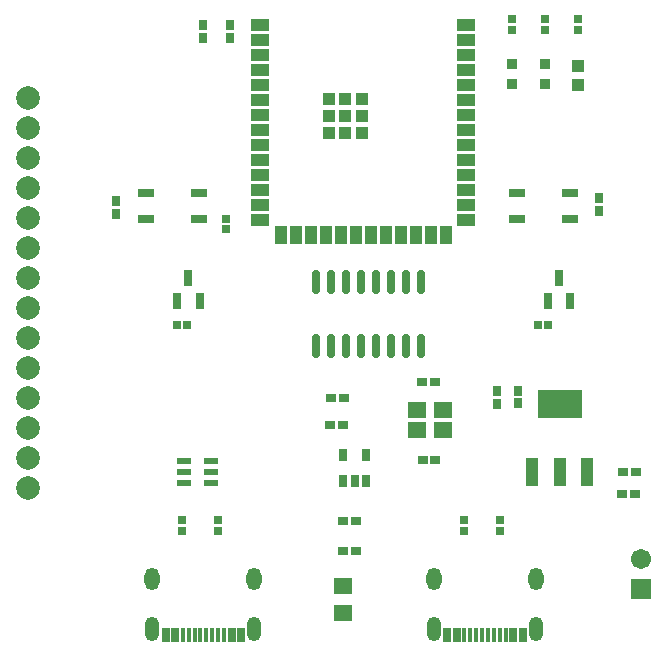
<source format=gts>
G04*
G04 #@! TF.GenerationSoftware,Altium Limited,Altium Designer,25.0.2 (28)*
G04*
G04 Layer_Color=8388736*
%FSLAX25Y25*%
%MOIN*%
G70*
G04*
G04 #@! TF.SameCoordinates,2A04F1A2-3F02-4B23-887A-497E0413F5F6*
G04*
G04*
G04 #@! TF.FilePolarity,Negative*
G04*
G01*
G75*
%ADD28R,0.05518X0.03156*%
%ADD29R,0.01575X0.04725*%
%ADD30R,0.02559X0.04725*%
%ADD31R,0.03511X0.02526*%
%ADD32R,0.04258X0.09613*%
%ADD33R,0.02526X0.02627*%
%ADD34R,0.03950X0.03950*%
%ADD35R,0.06312X0.05524*%
%ADD36O,0.02770X0.08160*%
%ADD37R,0.06299X0.03937*%
%ADD38R,0.02526X0.03511*%
%ADD39R,0.14573X0.09613*%
%ADD40R,0.02756X0.04331*%
%ADD41R,0.04621X0.02495*%
%ADD42R,0.06306X0.05656*%
%ADD43R,0.02627X0.02526*%
%ADD44R,0.03156X0.05321*%
%ADD45R,0.03550X0.03550*%
%ADD46R,0.03937X0.06299*%
%ADD47R,0.04343X0.04343*%
%ADD48O,0.04725X0.08268*%
%ADD49O,0.05118X0.07480*%
%ADD50C,0.07887*%
%ADD51R,0.06706X0.06706*%
%ADD52C,0.06706*%
D28*
X178576Y152729D02*
D03*
X196293D02*
D03*
X178576Y144264D02*
D03*
X196293D02*
D03*
X54953D02*
D03*
X72669Y152729D02*
D03*
X54953D02*
D03*
X72669Y144264D02*
D03*
D29*
X163078Y5399D02*
D03*
X174890D02*
D03*
X170952D02*
D03*
X167016D02*
D03*
X168984D02*
D03*
X165048D02*
D03*
X172921D02*
D03*
X161109D02*
D03*
X71201D02*
D03*
X75138D02*
D03*
X73169D02*
D03*
X77106D02*
D03*
X79074D02*
D03*
X67263D02*
D03*
X81043D02*
D03*
X69232D02*
D03*
D30*
X155402D02*
D03*
X180598D02*
D03*
X177448D02*
D03*
X158551D02*
D03*
X83602D02*
D03*
X64704D02*
D03*
X86752D02*
D03*
X61555D02*
D03*
D31*
X213954Y59700D02*
D03*
X213854Y52600D02*
D03*
X147211Y63916D02*
D03*
X151346Y89937D02*
D03*
X120946Y84400D02*
D03*
X120800Y75400D02*
D03*
X147054Y89937D02*
D03*
X218246Y59700D02*
D03*
X218146Y52600D02*
D03*
X151503Y63916D02*
D03*
X116654Y84400D02*
D03*
X116508Y75400D02*
D03*
X124946Y43400D02*
D03*
Y33400D02*
D03*
X120654D02*
D03*
Y43400D02*
D03*
D32*
X201955Y59801D02*
D03*
X192900D02*
D03*
X183845D02*
D03*
D33*
X199000Y207296D02*
D03*
Y210704D02*
D03*
X81800Y140696D02*
D03*
X161000Y40296D02*
D03*
X172900Y40300D02*
D03*
X79000Y40296D02*
D03*
X67000D02*
D03*
X177000Y207296D02*
D03*
X188000D02*
D03*
X177000Y210704D02*
D03*
X188000D02*
D03*
X172900Y43708D02*
D03*
X161000Y43704D02*
D03*
X79000D02*
D03*
X67000D02*
D03*
X81800Y144104D02*
D03*
D34*
X199000Y195148D02*
D03*
X199001Y188853D02*
D03*
D35*
X145200Y73936D02*
D03*
X153862Y80629D02*
D03*
X145200D02*
D03*
X153862Y73936D02*
D03*
D36*
X146700Y101730D02*
D03*
X141700D02*
D03*
X126700D02*
D03*
X121700D02*
D03*
X116700D02*
D03*
X121700Y123270D02*
D03*
X111700Y101730D02*
D03*
X126700Y123270D02*
D03*
X131700Y101730D02*
D03*
X136700D02*
D03*
X111700Y123270D02*
D03*
X116700D02*
D03*
X131700D02*
D03*
X136700D02*
D03*
X141700D02*
D03*
X146700D02*
D03*
D37*
X92945Y203882D02*
D03*
Y143882D02*
D03*
Y148882D02*
D03*
X161843Y193882D02*
D03*
Y188882D02*
D03*
Y183882D02*
D03*
Y178882D02*
D03*
Y173882D02*
D03*
Y168882D02*
D03*
Y163882D02*
D03*
X92945Y158882D02*
D03*
Y163882D02*
D03*
Y168882D02*
D03*
Y173882D02*
D03*
Y153882D02*
D03*
Y178882D02*
D03*
Y183882D02*
D03*
Y188882D02*
D03*
Y193882D02*
D03*
X161843Y198882D02*
D03*
Y203882D02*
D03*
Y143882D02*
D03*
Y208882D02*
D03*
X92945D02*
D03*
Y198882D02*
D03*
X161843Y158882D02*
D03*
Y153882D02*
D03*
Y148882D02*
D03*
D38*
X83000Y204454D02*
D03*
X74000D02*
D03*
X179000Y86946D02*
D03*
X171900Y86846D02*
D03*
X45000Y145854D02*
D03*
X206000Y146854D02*
D03*
Y151146D02*
D03*
X179000Y82654D02*
D03*
X171900Y82554D02*
D03*
X83000Y208746D02*
D03*
X74000D02*
D03*
X45000Y150146D02*
D03*
D39*
X192900Y82399D02*
D03*
D40*
X120800Y65400D02*
D03*
X124540Y56738D02*
D03*
X128280D02*
D03*
X120801D02*
D03*
X128281Y65400D02*
D03*
D41*
X76824Y59900D02*
D03*
X67776Y63640D02*
D03*
Y56160D02*
D03*
X76824Y63640D02*
D03*
Y56160D02*
D03*
X67776Y59900D02*
D03*
D42*
X120800Y12902D02*
D03*
Y21898D02*
D03*
D43*
X185696Y108700D02*
D03*
X189104D02*
D03*
X65196Y108900D02*
D03*
X68604D02*
D03*
D44*
X72860Y116663D02*
D03*
X189003D02*
D03*
X65380D02*
D03*
X192743Y124537D02*
D03*
X69120D02*
D03*
X196483Y116663D02*
D03*
D45*
X177000Y195700D02*
D03*
X188000D02*
D03*
Y189000D02*
D03*
X177000D02*
D03*
D46*
X149894Y138843D02*
D03*
X144894D02*
D03*
X104894D02*
D03*
X154894Y138961D02*
D03*
X139894Y138843D02*
D03*
X134894D02*
D03*
X129894D02*
D03*
X124894D02*
D03*
X119894D02*
D03*
X114894D02*
D03*
X109894D02*
D03*
X99894D02*
D03*
D47*
X127000Y184000D02*
D03*
X121488Y178488D02*
D03*
Y184000D02*
D03*
X127000Y178488D02*
D03*
Y172976D02*
D03*
X121488D02*
D03*
X115976Y184000D02*
D03*
Y178488D02*
D03*
Y172976D02*
D03*
D48*
X150972Y7564D02*
D03*
X185028D02*
D03*
X91181D02*
D03*
X57126D02*
D03*
D49*
X150972Y24101D02*
D03*
X185028D02*
D03*
X91181D02*
D03*
X57126D02*
D03*
D50*
X15600Y184600D02*
D03*
Y64600D02*
D03*
Y114600D02*
D03*
Y144600D02*
D03*
Y74600D02*
D03*
Y84600D02*
D03*
Y104600D02*
D03*
Y164600D02*
D03*
Y134600D02*
D03*
Y174600D02*
D03*
Y94600D02*
D03*
Y154600D02*
D03*
Y54600D02*
D03*
Y124600D02*
D03*
D51*
X220101Y20932D02*
D03*
D52*
Y30775D02*
D03*
M02*

</source>
